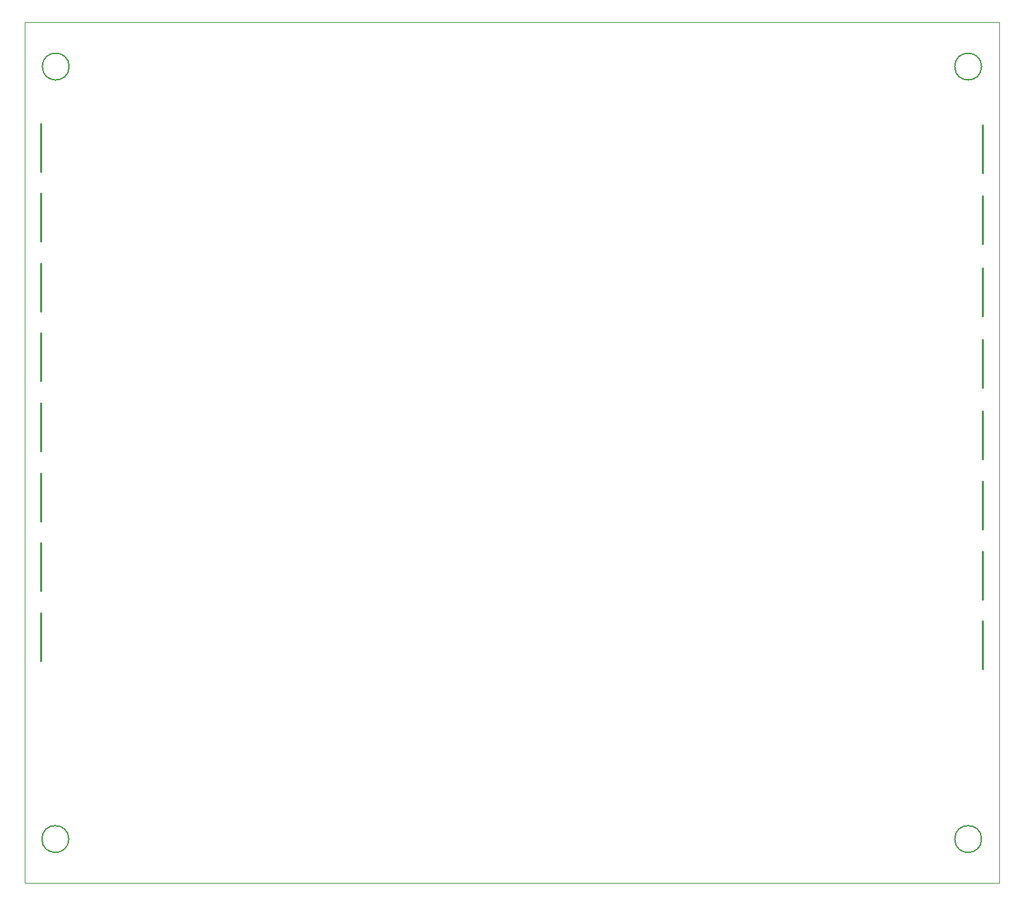
<source format=gbr>
%TF.GenerationSoftware,KiCad,Pcbnew,8.0.5*%
%TF.CreationDate,2025-03-09T15:17:30+08:00*%
%TF.ProjectId,hardware,68617264-7761-4726-952e-6b696361645f,rev?*%
%TF.SameCoordinates,Original*%
%TF.FileFunction,Profile,NP*%
%FSLAX46Y46*%
G04 Gerber Fmt 4.6, Leading zero omitted, Abs format (unit mm)*
G04 Created by KiCad (PCBNEW 8.0.5) date 2025-03-09 15:17:30*
%MOMM*%
%LPD*%
G01*
G04 APERTURE LIST*
%TA.AperFunction,Profile*%
%ADD10C,0.050000*%
%TD*%
%TA.AperFunction,Profile*%
%ADD11C,0.200000*%
%TD*%
%TA.AperFunction,Profile*%
%ADD12C,0.254000*%
%TD*%
G04 APERTURE END LIST*
D10*
X157933621Y-43489026D02*
X281150000Y-43489026D01*
X281340000Y-152298408D02*
X281340000Y-152601591D01*
X157933621Y-152603183D02*
X157933621Y-43489026D01*
D11*
X163522600Y-147000000D02*
G75*
G02*
X160122600Y-147000000I-1700000J0D01*
G01*
X160122600Y-147000000D02*
G75*
G02*
X163522600Y-147000000I1700000J0D01*
G01*
X279072600Y-49150000D02*
G75*
G02*
X275672600Y-49150000I-1700000J0D01*
G01*
X275672600Y-49150000D02*
G75*
G02*
X279072600Y-49150000I1700000J0D01*
G01*
X163572600Y-49150000D02*
G75*
G02*
X160172600Y-49150000I-1700000J0D01*
G01*
X160172600Y-49150000D02*
G75*
G02*
X163572600Y-49150000I1700000J0D01*
G01*
D10*
X281340000Y-152298408D02*
X281340000Y-43487434D01*
X281340000Y-43487434D02*
X281272600Y-43487434D01*
X281272600Y-43489026D02*
X281150000Y-43489026D01*
D11*
X279072600Y-147000000D02*
G75*
G02*
X275672600Y-147000000I-1700000J0D01*
G01*
X275672600Y-147000000D02*
G75*
G02*
X279072600Y-147000000I1700000J0D01*
G01*
D10*
X157933621Y-152603183D02*
X281340000Y-152603183D01*
D12*
%TO.C,M14*%
X279200001Y-119352000D02*
X279200001Y-125448000D01*
%TO.C,M6*%
X160000000Y-115590853D02*
X160000000Y-109494853D01*
%TO.C,M16*%
X279200001Y-56552000D02*
X279200001Y-62648000D01*
%TO.C,M15*%
X160000000Y-62448001D02*
X160000000Y-56352001D01*
%TO.C,M4*%
X160000000Y-97876569D02*
X160000000Y-91780569D01*
%TO.C,M3*%
X160000000Y-89019427D02*
X160000000Y-82923427D01*
%TO.C,M5*%
X160000000Y-106733711D02*
X160000000Y-100637711D01*
%TO.C,M1*%
X160000000Y-71305143D02*
X160000000Y-65209143D01*
%TO.C,M9*%
X279200001Y-74688500D02*
X279200001Y-80784500D01*
%TO.C,M2*%
X160000000Y-80162285D02*
X160000000Y-74066285D01*
%TO.C,M8*%
X279200001Y-65488500D02*
X279200001Y-71584500D01*
%TO.C,M11*%
X279200001Y-92752000D02*
X279200001Y-98848000D01*
%TO.C,M12*%
X279200001Y-101652000D02*
X279200001Y-107748000D01*
%TO.C,M10*%
X279200001Y-83752000D02*
X279200001Y-89848000D01*
%TO.C,M7*%
X160000000Y-124448000D02*
X160000000Y-118352000D01*
%TO.C,M13*%
X279200001Y-110552000D02*
X279200001Y-116648000D01*
%TD*%
M02*

</source>
